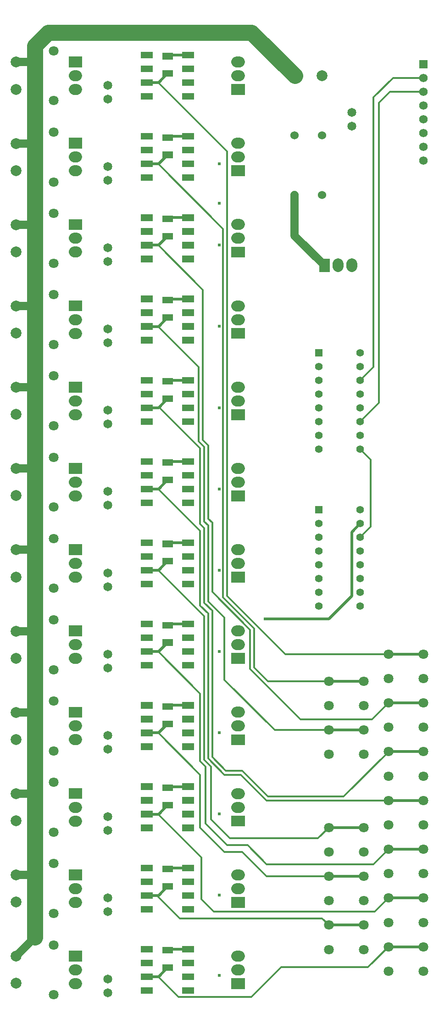
<source format=gbl>
G04 Layer: BottomLayer*
G04 EasyEDA v6.4.7, 2020-11-30T22:32:52--5:00*
G04 76768ecdb7b1411bbbfdaf268766b05e,f351316c249842cba096f2da4b91d990,10*
G04 Gerber Generator version 0.2*
G04 Scale: 100 percent, Rotated: No, Reflected: No *
G04 Dimensions in millimeters *
G04 leading zeros omitted , absolute positions ,3 integer and 3 decimal *
%FSLAX33Y33*%
%MOMM*%
G90*
D02*

%ADD10C,0.299999*%
%ADD11C,0.499999*%
%ADD12C,1.999996*%
%ADD14C,1.499997*%
%ADD15C,0.609600*%
%ADD18C,1.799996*%
%ADD19R,1.574800X1.574800*%
%ADD20C,1.574800*%
%ADD21C,1.524000*%
%ADD25C,1.651000*%
%ADD26R,1.397000X1.397000*%
%ADD27C,1.397000*%
%ADD28C,2.999994*%

%LPD*%
G54D10*
G01X48249Y2499D02*
G01X34749Y2499D01*
G01X31019Y6230D01*
G01X28939Y6230D01*
G01X48249Y2499D02*
G01X53750Y8000D01*
G01X69747Y8000D01*
G01X73499Y11749D01*
G01X73499Y29750D02*
G01X70748Y27000D01*
G01X50999Y27000D01*
G01X47499Y30500D01*
G01X43750Y30500D01*
G01X39750Y34500D01*
G01X39750Y45001D01*
G01X38749Y45999D01*
G01X38749Y58501D01*
G01X31020Y66230D01*
G01X28940Y66230D01*
G54D14*
G01X61709Y137500D02*
G01X56209Y142999D01*
G01X56209Y150500D01*
G54D11*
G01X68310Y89849D02*
G01X66750Y88290D01*
G01X66750Y76499D01*
G01X62501Y72250D01*
G01X50751Y72250D01*
G54D10*
G01X68309Y103610D02*
G01X70249Y101670D01*
G01X70249Y89250D01*
G01X68309Y87310D01*
G01X71749Y132750D02*
G01X71749Y112129D01*
G01X68309Y108690D01*
G01X70749Y131999D02*
G01X70749Y118750D01*
G01X68309Y116310D01*
G01X79999Y172120D02*
G01X74369Y172120D01*
G01X70749Y168500D01*
G01X70749Y131999D01*
G01X79999Y169580D02*
G01X73829Y169580D01*
G01X71749Y167500D01*
G01X71749Y132750D01*
G54D28*
G01X8249Y175500D02*
G01X8249Y177999D01*
G01X10749Y180499D01*
G01X48245Y180499D01*
G01X56245Y172500D01*
G54D10*
G01X73499Y65750D02*
G01X54500Y65750D01*
G01X43750Y76499D01*
G01X43750Y158501D01*
G01X31020Y171228D01*
G01X28940Y171228D01*
G01X73499Y56751D02*
G01X70499Y53748D01*
G01X57250Y53748D01*
G01X48000Y62999D01*
G01X48000Y70251D01*
G01X40999Y77248D01*
G01X40999Y89999D01*
G01X40250Y90749D01*
G01X40250Y104249D01*
G01X39249Y105249D01*
G01X39249Y132999D01*
G01X31020Y141229D01*
G01X28940Y141229D01*
G01X62498Y60751D02*
G01X51248Y60751D01*
G01X48749Y63251D01*
G01X48749Y70500D01*
G01X42998Y76250D01*
G01X42998Y144249D01*
G01X31020Y156230D01*
G01X28940Y156230D01*
G01X62498Y51749D02*
G01X52498Y51749D01*
G01X43250Y61000D01*
G01X43250Y72499D01*
G01X40250Y75498D01*
G01X40250Y89499D01*
G01X39498Y90251D01*
G01X39498Y104000D01*
G01X38500Y105001D01*
G01X38500Y118750D01*
G01X31020Y126230D01*
G01X28940Y126230D01*
G01X73499Y47749D02*
G01X65249Y39499D01*
G01X51248Y39499D01*
G01X46499Y44249D01*
G01X43499Y44249D01*
G01X40999Y46751D01*
G01X40999Y73748D01*
G01X39498Y75249D01*
G01X39498Y88999D01*
G01X38749Y89750D01*
G01X38749Y103748D01*
G01X31269Y111229D01*
G01X28940Y111229D01*
G01X73499Y38750D02*
G01X50999Y38750D01*
G01X46250Y43499D01*
G01X43250Y43499D01*
G01X40250Y46499D01*
G01X40250Y73251D01*
G01X38749Y74749D01*
G01X38749Y88501D01*
G01X31020Y96230D01*
G01X28940Y96230D01*
G01X62498Y33751D02*
G01X60499Y31749D01*
G01X44251Y31749D01*
G01X40751Y35250D01*
G01X40751Y45001D01*
G01X39498Y46250D01*
G01X39498Y72750D01*
G01X31020Y81229D01*
G01X28940Y81229D01*
G01X62498Y24749D02*
G01X50999Y24749D01*
G01X46499Y29250D01*
G01X43250Y29250D01*
G01X38749Y33748D01*
G01X38749Y43499D01*
G01X31020Y51229D01*
G01X28940Y51229D01*
G01X62498Y15750D02*
G01X61249Y16999D01*
G01X34999Y16999D01*
G01X30769Y21230D01*
G01X28939Y21230D01*
G01X73499Y20749D02*
G01X70997Y18249D01*
G01X41248Y18249D01*
G01X39001Y20500D01*
G01X39001Y28249D01*
G01X31020Y36230D01*
G01X28940Y36230D01*
G54D11*
G01X73498Y47750D02*
G01X80001Y47750D01*
G01X62498Y51750D02*
G01X69001Y51750D01*
G01X69001Y60750D02*
G01X62498Y60750D01*
G01X80001Y56750D02*
G01X73498Y56750D01*
G01X73498Y65750D02*
G01X80001Y65750D01*
G01X80001Y38750D02*
G01X73498Y38750D01*
G01X73498Y29750D02*
G01X80001Y29750D01*
G01X62498Y33750D02*
G01X69001Y33750D01*
G01X69001Y24750D02*
G01X62498Y24750D01*
G01X73498Y20750D02*
G01X80001Y20750D01*
G01X62498Y15750D02*
G01X69001Y15750D01*
G01X80001Y11750D02*
G01X73498Y11750D01*
G01X28939Y6230D02*
G01X31080Y6230D01*
G01X32749Y7899D01*
G01X28939Y21230D02*
G01X31080Y21230D01*
G01X32749Y22899D01*
G01X28939Y36230D02*
G01X31080Y36230D01*
G01X32749Y37899D01*
G01X28939Y51229D02*
G01X31080Y51229D01*
G01X32749Y52899D01*
G01X28939Y66230D02*
G01X31080Y66230D01*
G01X32749Y67899D01*
G01X28939Y81230D02*
G01X31080Y81230D01*
G01X32749Y82899D01*
G01X28939Y96230D02*
G01X31080Y96230D01*
G01X32749Y97899D01*
G01X28939Y111230D02*
G01X31080Y111230D01*
G01X32749Y112899D01*
G01X28939Y126229D02*
G01X31080Y126229D01*
G01X32749Y127899D01*
G01X28939Y141229D02*
G01X31080Y141229D01*
G01X32749Y142899D01*
G01X28939Y156230D02*
G01X31080Y156230D01*
G01X32749Y157899D01*
G01X28939Y171230D02*
G01X31080Y171230D01*
G01X32749Y172899D01*
G01X32749Y176100D02*
G01X32960Y176310D01*
G01X36559Y176310D01*
G01X32749Y161100D02*
G01X32960Y161310D01*
G01X36559Y161310D01*
G01X32749Y146100D02*
G01X32959Y146309D01*
G01X36559Y146309D01*
G01X32749Y131099D02*
G01X32960Y131309D01*
G01X36559Y131309D01*
G01X32749Y116099D02*
G01X32960Y116310D01*
G01X36559Y116310D01*
G01X32749Y101100D02*
G01X32960Y101310D01*
G01X36559Y101310D01*
G01X32749Y86100D02*
G01X32960Y86310D01*
G01X36559Y86310D01*
G01X32749Y71100D02*
G01X32960Y71310D01*
G01X36559Y71310D01*
G01X32749Y56099D02*
G01X32960Y56309D01*
G01X36559Y56309D01*
G01X32749Y41099D02*
G01X32960Y41310D01*
G01X36559Y41310D01*
G01X32749Y26099D02*
G01X32960Y26310D01*
G01X36559Y26310D01*
G01X32749Y11100D02*
G01X32960Y11310D01*
G01X36559Y11310D01*
G54D28*
G01X8249Y13500D02*
G01X8249Y175500D01*
G54D14*
G01X4750Y175004D02*
G01X8249Y175004D01*
G01X4750Y160004D02*
G01X8249Y160004D01*
G01X4750Y145004D02*
G01X8249Y145004D01*
G01X4750Y130004D02*
G01X8249Y130004D01*
G01X4750Y115004D02*
G01X8249Y115004D01*
G01X4750Y100004D02*
G01X8249Y100004D01*
G01X4750Y85004D02*
G01X8249Y85004D01*
G01X4750Y70004D02*
G01X8249Y70004D01*
G01X4750Y55004D02*
G01X8249Y55004D01*
G01X4750Y40004D02*
G01X8249Y40004D01*
G01X4750Y25004D02*
G01X8249Y25004D01*
G01X4749Y10005D02*
G01X8249Y13500D01*
G36*
G01X33700Y175500D02*
G01X33700Y176700D01*
G01X31799Y176700D01*
G01X31799Y175500D01*
G01X33700Y175500D01*
G37*
G36*
G01X33700Y172299D02*
G01X33700Y173499D01*
G01X31799Y173499D01*
G01X31799Y172299D01*
G01X33700Y172299D01*
G37*
G36*
G01X33700Y160500D02*
G01X33700Y161700D01*
G01X31799Y161700D01*
G01X31799Y160500D01*
G01X33700Y160500D01*
G37*
G36*
G01X33700Y157299D02*
G01X33700Y158499D01*
G01X31799Y158499D01*
G01X31799Y157299D01*
G01X33700Y157299D01*
G37*
G36*
G01X33700Y70500D02*
G01X33700Y71700D01*
G01X31799Y71700D01*
G01X31799Y70500D01*
G01X33700Y70500D01*
G37*
G36*
G01X33700Y67299D02*
G01X33700Y68499D01*
G01X31799Y68499D01*
G01X31799Y67299D01*
G01X33700Y67299D01*
G37*
G36*
G01X33700Y85500D02*
G01X33700Y86700D01*
G01X31799Y86700D01*
G01X31799Y85500D01*
G01X33700Y85500D01*
G37*
G36*
G01X33700Y82299D02*
G01X33700Y83499D01*
G01X31799Y83499D01*
G01X31799Y82299D01*
G01X33700Y82299D01*
G37*
G36*
G01X33700Y55500D02*
G01X33700Y56700D01*
G01X31799Y56700D01*
G01X31799Y55500D01*
G01X33700Y55500D01*
G37*
G36*
G01X33700Y52299D02*
G01X33700Y53499D01*
G01X31799Y53499D01*
G01X31799Y52299D01*
G01X33700Y52299D01*
G37*
G36*
G01X33700Y40500D02*
G01X33700Y41700D01*
G01X31799Y41700D01*
G01X31799Y40500D01*
G01X33700Y40500D01*
G37*
G36*
G01X33700Y37299D02*
G01X33700Y38499D01*
G01X31799Y38499D01*
G01X31799Y37299D01*
G01X33700Y37299D01*
G37*
G36*
G01X33700Y130500D02*
G01X33700Y131700D01*
G01X31799Y131700D01*
G01X31799Y130500D01*
G01X33700Y130500D01*
G37*
G36*
G01X33700Y127299D02*
G01X33700Y128499D01*
G01X31799Y128499D01*
G01X31799Y127299D01*
G01X33700Y127299D01*
G37*
G36*
G01X33700Y145500D02*
G01X33700Y146700D01*
G01X31799Y146700D01*
G01X31799Y145500D01*
G01X33700Y145500D01*
G37*
G36*
G01X33700Y142299D02*
G01X33700Y143499D01*
G01X31799Y143499D01*
G01X31799Y142299D01*
G01X33700Y142299D01*
G37*
G36*
G01X33700Y25500D02*
G01X33700Y26700D01*
G01X31799Y26700D01*
G01X31799Y25500D01*
G01X33700Y25500D01*
G37*
G36*
G01X33700Y22299D02*
G01X33700Y23499D01*
G01X31799Y23499D01*
G01X31799Y22299D01*
G01X33700Y22299D01*
G37*
G36*
G01X33700Y10500D02*
G01X33700Y11700D01*
G01X31799Y11700D01*
G01X31799Y10500D01*
G01X33700Y10500D01*
G37*
G36*
G01X33700Y7299D02*
G01X33700Y8499D01*
G01X31799Y8499D01*
G01X31799Y7299D01*
G01X33700Y7299D01*
G37*
G36*
G01X33700Y100500D02*
G01X33700Y101700D01*
G01X31799Y101700D01*
G01X31799Y100500D01*
G01X33700Y100500D01*
G37*
G36*
G01X33700Y97299D02*
G01X33700Y98499D01*
G01X31799Y98499D01*
G01X31799Y97299D01*
G01X33700Y97299D01*
G37*
G36*
G01X33700Y115500D02*
G01X33700Y116700D01*
G01X31799Y116700D01*
G01X31799Y115500D01*
G01X33700Y115500D01*
G37*
G36*
G01X33700Y112299D02*
G01X33700Y113499D01*
G01X31799Y113499D01*
G01X31799Y112299D01*
G01X33700Y112299D01*
G37*
G54D18*
G01X80001Y61249D03*
G01X80001Y65750D03*
G01X73498Y61249D03*
G01X73498Y65750D03*
G01X69001Y56249D03*
G01X69001Y60750D03*
G01X62498Y56249D03*
G01X62498Y60750D03*
G01X80001Y25249D03*
G01X80001Y29750D03*
G01X73498Y25249D03*
G01X73498Y29750D03*
G01X69001Y29249D03*
G01X69001Y33750D03*
G01X62498Y29249D03*
G01X62498Y33750D03*
G01X69001Y20249D03*
G01X69001Y24750D03*
G01X62498Y20249D03*
G01X62498Y24750D03*
G01X80001Y16249D03*
G01X80001Y20750D03*
G01X73498Y16249D03*
G01X73498Y20750D03*
G01X69001Y47249D03*
G01X69001Y51750D03*
G01X62498Y47249D03*
G01X62498Y51750D03*
G01X80001Y52249D03*
G01X80001Y56750D03*
G01X73498Y52249D03*
G01X73498Y56750D03*
G01X69001Y11249D03*
G01X69001Y15750D03*
G01X62498Y11249D03*
G01X62498Y15750D03*
G01X80001Y7249D03*
G01X80001Y11750D03*
G01X73498Y7249D03*
G01X73498Y11750D03*
G01X80001Y34249D03*
G01X80001Y38750D03*
G01X73498Y34249D03*
G01X73498Y38750D03*
G01X80001Y43249D03*
G01X80001Y47750D03*
G01X73498Y43249D03*
G01X73498Y47750D03*
G54D19*
G01X79999Y174660D03*
G54D20*
G01X79999Y172120D03*
G01X79999Y169580D03*
G01X79999Y167040D03*
G01X79999Y164500D03*
G01X79999Y161960D03*
G01X79999Y159420D03*
G01X79999Y156880D03*
G54D21*
G01X56210Y161500D03*
G01X61290Y161500D03*
G01X56210Y150500D03*
G01X61290Y150500D03*
G54D12*
G01X56245Y172499D03*
G01X61254Y172499D03*
G36*
G01X44500Y153959D02*
G01X44500Y155960D01*
G01X46999Y155960D01*
G01X46999Y153959D01*
G01X44500Y153959D01*
G37*
G36*
G01X44500Y63959D02*
G01X44500Y65960D01*
G01X46999Y65960D01*
G01X46999Y63959D01*
G01X44500Y63959D01*
G37*
G36*
G01X44500Y78959D02*
G01X44500Y80960D01*
G01X46999Y80960D01*
G01X46999Y78959D01*
G01X44500Y78959D01*
G37*
G36*
G01X44500Y48959D02*
G01X44500Y50960D01*
G01X46999Y50960D01*
G01X46999Y48959D01*
G01X44500Y48959D01*
G37*
G36*
G01X44500Y33959D02*
G01X44500Y35960D01*
G01X46999Y35960D01*
G01X46999Y33959D01*
G01X44500Y33959D01*
G37*
G36*
G01X44500Y123959D02*
G01X44500Y125960D01*
G01X46999Y125960D01*
G01X46999Y123959D01*
G01X44500Y123959D01*
G37*
G36*
G01X44500Y138959D02*
G01X44500Y140960D01*
G01X46999Y140960D01*
G01X46999Y138959D01*
G01X44500Y138959D01*
G37*
G36*
G01X44500Y18959D02*
G01X44500Y20960D01*
G01X46999Y20960D01*
G01X46999Y18959D01*
G01X44500Y18959D01*
G37*
G36*
G01X44500Y3959D02*
G01X44500Y5960D01*
G01X46999Y5960D01*
G01X46999Y3959D01*
G01X44500Y3959D01*
G37*
G36*
G01X44500Y93959D02*
G01X44500Y95960D01*
G01X46999Y95960D01*
G01X46999Y93959D01*
G01X44500Y93959D01*
G37*
G36*
G01X44500Y108959D02*
G01X44500Y110960D01*
G01X46999Y110960D01*
G01X46999Y108959D01*
G01X44500Y108959D01*
G37*
G36*
G01X60709Y138749D02*
G01X62710Y138749D01*
G01X62710Y136250D01*
G01X60709Y136250D01*
G01X60709Y138749D01*
G37*
G36*
G01X16999Y161040D02*
G01X16999Y159039D01*
G01X14500Y159039D01*
G01X14500Y161040D01*
G01X16999Y161040D01*
G37*
G36*
G01X16999Y71040D02*
G01X16999Y69039D01*
G01X14500Y69039D01*
G01X14500Y71040D01*
G01X16999Y71040D01*
G37*
G36*
G01X16999Y86040D02*
G01X16999Y84039D01*
G01X14500Y84039D01*
G01X14500Y86040D01*
G01X16999Y86040D01*
G37*
G36*
G01X16999Y56040D02*
G01X16999Y54039D01*
G01X14500Y54039D01*
G01X14500Y56040D01*
G01X16999Y56040D01*
G37*
G36*
G01X16999Y41040D02*
G01X16999Y39039D01*
G01X14500Y39039D01*
G01X14500Y41040D01*
G01X16999Y41040D01*
G37*
G36*
G01X16999Y131040D02*
G01X16999Y129039D01*
G01X14500Y129039D01*
G01X14500Y131040D01*
G01X16999Y131040D01*
G37*
G36*
G01X16999Y146040D02*
G01X16999Y144039D01*
G01X14500Y144039D01*
G01X14500Y146040D01*
G01X16999Y146040D01*
G37*
G36*
G01X16999Y26040D02*
G01X16999Y24039D01*
G01X14500Y24039D01*
G01X14500Y26040D01*
G01X16999Y26040D01*
G37*
G36*
G01X16999Y11040D02*
G01X16999Y9039D01*
G01X14500Y9039D01*
G01X14500Y11040D01*
G01X16999Y11040D01*
G37*
G36*
G01X16999Y101040D02*
G01X16999Y99039D01*
G01X14500Y99039D01*
G01X14500Y101040D01*
G01X16999Y101040D01*
G37*
G36*
G01X16999Y116040D02*
G01X16999Y114039D01*
G01X14500Y114039D01*
G01X14500Y116040D01*
G01X16999Y116040D01*
G37*
G36*
G01X27849Y161915D02*
G01X30030Y161915D01*
G01X30030Y160704D01*
G01X27849Y160704D01*
G01X27849Y161915D01*
G37*
G36*
G01X27849Y159375D02*
G01X30030Y159375D01*
G01X30030Y158164D01*
G01X27849Y158164D01*
G01X27849Y159375D01*
G37*
G36*
G01X35469Y159375D02*
G01X37650Y159375D01*
G01X37650Y158164D01*
G01X35469Y158164D01*
G01X35469Y159375D01*
G37*
G36*
G01X35469Y161915D02*
G01X37650Y161915D01*
G01X37650Y160704D01*
G01X35469Y160704D01*
G01X35469Y161915D01*
G37*
G36*
G01X27849Y156835D02*
G01X30030Y156835D01*
G01X30030Y155624D01*
G01X27849Y155624D01*
G01X27849Y156835D01*
G37*
G36*
G01X27849Y154295D02*
G01X30030Y154295D01*
G01X30030Y153084D01*
G01X27849Y153084D01*
G01X27849Y154295D01*
G37*
G36*
G01X35469Y156835D02*
G01X37650Y156835D01*
G01X37650Y155624D01*
G01X35469Y155624D01*
G01X35469Y156835D01*
G37*
G36*
G01X35469Y154295D02*
G01X37650Y154295D01*
G01X37650Y153084D01*
G01X35469Y153084D01*
G01X35469Y154295D01*
G37*
G36*
G01X27849Y71915D02*
G01X30030Y71915D01*
G01X30030Y70704D01*
G01X27849Y70704D01*
G01X27849Y71915D01*
G37*
G36*
G01X27849Y69375D02*
G01X30030Y69375D01*
G01X30030Y68164D01*
G01X27849Y68164D01*
G01X27849Y69375D01*
G37*
G36*
G01X35469Y69375D02*
G01X37650Y69375D01*
G01X37650Y68164D01*
G01X35469Y68164D01*
G01X35469Y69375D01*
G37*
G36*
G01X35469Y71915D02*
G01X37650Y71915D01*
G01X37650Y70704D01*
G01X35469Y70704D01*
G01X35469Y71915D01*
G37*
G36*
G01X27849Y66835D02*
G01X30030Y66835D01*
G01X30030Y65624D01*
G01X27849Y65624D01*
G01X27849Y66835D01*
G37*
G36*
G01X27849Y64295D02*
G01X30030Y64295D01*
G01X30030Y63084D01*
G01X27849Y63084D01*
G01X27849Y64295D01*
G37*
G36*
G01X35469Y66835D02*
G01X37650Y66835D01*
G01X37650Y65624D01*
G01X35469Y65624D01*
G01X35469Y66835D01*
G37*
G36*
G01X35469Y64295D02*
G01X37650Y64295D01*
G01X37650Y63084D01*
G01X35469Y63084D01*
G01X35469Y64295D01*
G37*
G36*
G01X27849Y86915D02*
G01X30030Y86915D01*
G01X30030Y85704D01*
G01X27849Y85704D01*
G01X27849Y86915D01*
G37*
G36*
G01X27849Y84375D02*
G01X30030Y84375D01*
G01X30030Y83164D01*
G01X27849Y83164D01*
G01X27849Y84375D01*
G37*
G36*
G01X35469Y84375D02*
G01X37650Y84375D01*
G01X37650Y83164D01*
G01X35469Y83164D01*
G01X35469Y84375D01*
G37*
G36*
G01X35469Y86915D02*
G01X37650Y86915D01*
G01X37650Y85704D01*
G01X35469Y85704D01*
G01X35469Y86915D01*
G37*
G36*
G01X27849Y81835D02*
G01X30030Y81835D01*
G01X30030Y80624D01*
G01X27849Y80624D01*
G01X27849Y81835D01*
G37*
G36*
G01X27849Y79295D02*
G01X30030Y79295D01*
G01X30030Y78084D01*
G01X27849Y78084D01*
G01X27849Y79295D01*
G37*
G36*
G01X35469Y81835D02*
G01X37650Y81835D01*
G01X37650Y80624D01*
G01X35469Y80624D01*
G01X35469Y81835D01*
G37*
G36*
G01X35469Y79295D02*
G01X37650Y79295D01*
G01X37650Y78084D01*
G01X35469Y78084D01*
G01X35469Y79295D01*
G37*
G36*
G01X27849Y56915D02*
G01X30030Y56915D01*
G01X30030Y55704D01*
G01X27849Y55704D01*
G01X27849Y56915D01*
G37*
G36*
G01X27849Y54375D02*
G01X30030Y54375D01*
G01X30030Y53164D01*
G01X27849Y53164D01*
G01X27849Y54375D01*
G37*
G36*
G01X35469Y54375D02*
G01X37650Y54375D01*
G01X37650Y53164D01*
G01X35469Y53164D01*
G01X35469Y54375D01*
G37*
G36*
G01X35469Y56915D02*
G01X37650Y56915D01*
G01X37650Y55704D01*
G01X35469Y55704D01*
G01X35469Y56915D01*
G37*
G36*
G01X27849Y51835D02*
G01X30030Y51835D01*
G01X30030Y50624D01*
G01X27849Y50624D01*
G01X27849Y51835D01*
G37*
G36*
G01X27849Y49295D02*
G01X30030Y49295D01*
G01X30030Y48084D01*
G01X27849Y48084D01*
G01X27849Y49295D01*
G37*
G36*
G01X35469Y51835D02*
G01X37650Y51835D01*
G01X37650Y50624D01*
G01X35469Y50624D01*
G01X35469Y51835D01*
G37*
G36*
G01X35469Y49295D02*
G01X37650Y49295D01*
G01X37650Y48084D01*
G01X35469Y48084D01*
G01X35469Y49295D01*
G37*
G36*
G01X27849Y41915D02*
G01X30030Y41915D01*
G01X30030Y40704D01*
G01X27849Y40704D01*
G01X27849Y41915D01*
G37*
G36*
G01X27849Y39375D02*
G01X30030Y39375D01*
G01X30030Y38164D01*
G01X27849Y38164D01*
G01X27849Y39375D01*
G37*
G36*
G01X35469Y39375D02*
G01X37650Y39375D01*
G01X37650Y38164D01*
G01X35469Y38164D01*
G01X35469Y39375D01*
G37*
G36*
G01X35469Y41915D02*
G01X37650Y41915D01*
G01X37650Y40704D01*
G01X35469Y40704D01*
G01X35469Y41915D01*
G37*
G36*
G01X27849Y36835D02*
G01X30030Y36835D01*
G01X30030Y35624D01*
G01X27849Y35624D01*
G01X27849Y36835D01*
G37*
G36*
G01X27849Y34295D02*
G01X30030Y34295D01*
G01X30030Y33084D01*
G01X27849Y33084D01*
G01X27849Y34295D01*
G37*
G36*
G01X35469Y36835D02*
G01X37650Y36835D01*
G01X37650Y35624D01*
G01X35469Y35624D01*
G01X35469Y36835D01*
G37*
G36*
G01X35469Y34295D02*
G01X37650Y34295D01*
G01X37650Y33084D01*
G01X35469Y33084D01*
G01X35469Y34295D01*
G37*
G36*
G01X27849Y131915D02*
G01X30030Y131915D01*
G01X30030Y130704D01*
G01X27849Y130704D01*
G01X27849Y131915D01*
G37*
G36*
G01X27849Y129375D02*
G01X30030Y129375D01*
G01X30030Y128164D01*
G01X27849Y128164D01*
G01X27849Y129375D01*
G37*
G36*
G01X35469Y129375D02*
G01X37650Y129375D01*
G01X37650Y128164D01*
G01X35469Y128164D01*
G01X35469Y129375D01*
G37*
G36*
G01X35469Y131915D02*
G01X37650Y131915D01*
G01X37650Y130704D01*
G01X35469Y130704D01*
G01X35469Y131915D01*
G37*
G36*
G01X27849Y126835D02*
G01X30030Y126835D01*
G01X30030Y125624D01*
G01X27849Y125624D01*
G01X27849Y126835D01*
G37*
G36*
G01X27849Y124295D02*
G01X30030Y124295D01*
G01X30030Y123084D01*
G01X27849Y123084D01*
G01X27849Y124295D01*
G37*
G36*
G01X35469Y126835D02*
G01X37650Y126835D01*
G01X37650Y125624D01*
G01X35469Y125624D01*
G01X35469Y126835D01*
G37*
G36*
G01X35469Y124295D02*
G01X37650Y124295D01*
G01X37650Y123084D01*
G01X35469Y123084D01*
G01X35469Y124295D01*
G37*
G36*
G01X27849Y146915D02*
G01X30030Y146915D01*
G01X30030Y145704D01*
G01X27849Y145704D01*
G01X27849Y146915D01*
G37*
G36*
G01X27849Y144375D02*
G01X30030Y144375D01*
G01X30030Y143164D01*
G01X27849Y143164D01*
G01X27849Y144375D01*
G37*
G36*
G01X35469Y144375D02*
G01X37650Y144375D01*
G01X37650Y143164D01*
G01X35469Y143164D01*
G01X35469Y144375D01*
G37*
G36*
G01X35469Y146915D02*
G01X37650Y146915D01*
G01X37650Y145704D01*
G01X35469Y145704D01*
G01X35469Y146915D01*
G37*
G36*
G01X27849Y141835D02*
G01X30030Y141835D01*
G01X30030Y140624D01*
G01X27849Y140624D01*
G01X27849Y141835D01*
G37*
G36*
G01X27849Y139295D02*
G01X30030Y139295D01*
G01X30030Y138084D01*
G01X27849Y138084D01*
G01X27849Y139295D01*
G37*
G36*
G01X35469Y141835D02*
G01X37650Y141835D01*
G01X37650Y140624D01*
G01X35469Y140624D01*
G01X35469Y141835D01*
G37*
G36*
G01X35469Y139295D02*
G01X37650Y139295D01*
G01X37650Y138084D01*
G01X35469Y138084D01*
G01X35469Y139295D01*
G37*
G36*
G01X27849Y26915D02*
G01X30030Y26915D01*
G01X30030Y25704D01*
G01X27849Y25704D01*
G01X27849Y26915D01*
G37*
G36*
G01X27849Y24375D02*
G01X30030Y24375D01*
G01X30030Y23164D01*
G01X27849Y23164D01*
G01X27849Y24375D01*
G37*
G36*
G01X35469Y24375D02*
G01X37650Y24375D01*
G01X37650Y23164D01*
G01X35469Y23164D01*
G01X35469Y24375D01*
G37*
G36*
G01X35469Y26915D02*
G01X37650Y26915D01*
G01X37650Y25704D01*
G01X35469Y25704D01*
G01X35469Y26915D01*
G37*
G36*
G01X27849Y21835D02*
G01X30030Y21835D01*
G01X30030Y20624D01*
G01X27849Y20624D01*
G01X27849Y21835D01*
G37*
G36*
G01X27849Y19295D02*
G01X30030Y19295D01*
G01X30030Y18084D01*
G01X27849Y18084D01*
G01X27849Y19295D01*
G37*
G36*
G01X35469Y21835D02*
G01X37650Y21835D01*
G01X37650Y20624D01*
G01X35469Y20624D01*
G01X35469Y21835D01*
G37*
G36*
G01X35469Y19295D02*
G01X37650Y19295D01*
G01X37650Y18084D01*
G01X35469Y18084D01*
G01X35469Y19295D01*
G37*
G36*
G01X27849Y11915D02*
G01X30030Y11915D01*
G01X30030Y10704D01*
G01X27849Y10704D01*
G01X27849Y11915D01*
G37*
G36*
G01X27849Y9375D02*
G01X30030Y9375D01*
G01X30030Y8164D01*
G01X27849Y8164D01*
G01X27849Y9375D01*
G37*
G36*
G01X35469Y9375D02*
G01X37650Y9375D01*
G01X37650Y8164D01*
G01X35469Y8164D01*
G01X35469Y9375D01*
G37*
G36*
G01X35469Y11915D02*
G01X37650Y11915D01*
G01X37650Y10704D01*
G01X35469Y10704D01*
G01X35469Y11915D01*
G37*
G36*
G01X27849Y6835D02*
G01X30030Y6835D01*
G01X30030Y5624D01*
G01X27849Y5624D01*
G01X27849Y6835D01*
G37*
G36*
G01X27849Y4295D02*
G01X30030Y4295D01*
G01X30030Y3084D01*
G01X27849Y3084D01*
G01X27849Y4295D01*
G37*
G36*
G01X35469Y6835D02*
G01X37650Y6835D01*
G01X37650Y5624D01*
G01X35469Y5624D01*
G01X35469Y6835D01*
G37*
G36*
G01X35469Y4295D02*
G01X37650Y4295D01*
G01X37650Y3084D01*
G01X35469Y3084D01*
G01X35469Y4295D01*
G37*
G36*
G01X27849Y101915D02*
G01X30030Y101915D01*
G01X30030Y100704D01*
G01X27849Y100704D01*
G01X27849Y101915D01*
G37*
G36*
G01X27849Y99375D02*
G01X30030Y99375D01*
G01X30030Y98164D01*
G01X27849Y98164D01*
G01X27849Y99375D01*
G37*
G36*
G01X35469Y99375D02*
G01X37650Y99375D01*
G01X37650Y98164D01*
G01X35469Y98164D01*
G01X35469Y99375D01*
G37*
G36*
G01X35469Y101915D02*
G01X37650Y101915D01*
G01X37650Y100704D01*
G01X35469Y100704D01*
G01X35469Y101915D01*
G37*
G36*
G01X27849Y96835D02*
G01X30030Y96835D01*
G01X30030Y95624D01*
G01X27849Y95624D01*
G01X27849Y96835D01*
G37*
G36*
G01X27849Y94295D02*
G01X30030Y94295D01*
G01X30030Y93084D01*
G01X27849Y93084D01*
G01X27849Y94295D01*
G37*
G36*
G01X35469Y96835D02*
G01X37650Y96835D01*
G01X37650Y95624D01*
G01X35469Y95624D01*
G01X35469Y96835D01*
G37*
G36*
G01X35469Y94295D02*
G01X37650Y94295D01*
G01X37650Y93084D01*
G01X35469Y93084D01*
G01X35469Y94295D01*
G37*
G36*
G01X27849Y116915D02*
G01X30030Y116915D01*
G01X30030Y115704D01*
G01X27849Y115704D01*
G01X27849Y116915D01*
G37*
G36*
G01X27849Y114375D02*
G01X30030Y114375D01*
G01X30030Y113164D01*
G01X27849Y113164D01*
G01X27849Y114375D01*
G37*
G36*
G01X35469Y114375D02*
G01X37650Y114375D01*
G01X37650Y113164D01*
G01X35469Y113164D01*
G01X35469Y114375D01*
G37*
G36*
G01X35469Y116915D02*
G01X37650Y116915D01*
G01X37650Y115704D01*
G01X35469Y115704D01*
G01X35469Y116915D01*
G37*
G36*
G01X27849Y111835D02*
G01X30030Y111835D01*
G01X30030Y110624D01*
G01X27849Y110624D01*
G01X27849Y111835D01*
G37*
G36*
G01X27849Y109295D02*
G01X30030Y109295D01*
G01X30030Y108084D01*
G01X27849Y108084D01*
G01X27849Y109295D01*
G37*
G36*
G01X35469Y111835D02*
G01X37650Y111835D01*
G01X37650Y110624D01*
G01X35469Y110624D01*
G01X35469Y111835D01*
G37*
G36*
G01X35469Y109295D02*
G01X37650Y109295D01*
G01X37650Y108084D01*
G01X35469Y108084D01*
G01X35469Y109295D01*
G37*
G36*
G01X27849Y176915D02*
G01X30030Y176915D01*
G01X30030Y175704D01*
G01X27849Y175704D01*
G01X27849Y176915D01*
G37*
G36*
G01X27849Y174375D02*
G01X30030Y174375D01*
G01X30030Y173164D01*
G01X27849Y173164D01*
G01X27849Y174375D01*
G37*
G36*
G01X35469Y174375D02*
G01X37650Y174375D01*
G01X37650Y173164D01*
G01X35469Y173164D01*
G01X35469Y174375D01*
G37*
G36*
G01X35469Y176915D02*
G01X37650Y176915D01*
G01X37650Y175704D01*
G01X35469Y175704D01*
G01X35469Y176915D01*
G37*
G36*
G01X27849Y171835D02*
G01X30030Y171835D01*
G01X30030Y170624D01*
G01X27849Y170624D01*
G01X27849Y171835D01*
G37*
G36*
G01X27849Y169295D02*
G01X30030Y169295D01*
G01X30030Y168084D01*
G01X27849Y168084D01*
G01X27849Y169295D01*
G37*
G36*
G01X35469Y171835D02*
G01X37650Y171835D01*
G01X37650Y170624D01*
G01X35469Y170624D01*
G01X35469Y171835D01*
G37*
G36*
G01X35469Y169295D02*
G01X37650Y169295D01*
G01X37650Y168084D01*
G01X35469Y168084D01*
G01X35469Y169295D01*
G37*
G36*
G01X44500Y168959D02*
G01X44500Y170960D01*
G01X46999Y170960D01*
G01X46999Y168959D01*
G01X44500Y168959D01*
G37*
G36*
G01X16999Y176040D02*
G01X16999Y174039D01*
G01X14500Y174039D01*
G01X14500Y176040D01*
G01X16999Y176040D01*
G37*
G01X4750Y169995D03*
G01X4750Y175004D03*
G01X4750Y154995D03*
G01X4750Y160004D03*
G01X4750Y64995D03*
G01X4750Y70004D03*
G01X4750Y79995D03*
G01X4750Y85004D03*
G01X4750Y49995D03*
G01X4750Y55004D03*
G01X4750Y34995D03*
G01X4750Y40004D03*
G01X4750Y124995D03*
G01X4750Y130004D03*
G01X4750Y139995D03*
G01X4750Y145004D03*
G01X4750Y19995D03*
G01X4750Y25004D03*
G01X4750Y4995D03*
G01X4750Y10004D03*
G01X4750Y94995D03*
G01X4750Y100004D03*
G01X4750Y109995D03*
G01X4750Y115004D03*
G54D25*
G01X66750Y163230D03*
G01X66750Y165770D03*
G01X21750Y168229D03*
G01X21750Y170769D03*
G01X21750Y153230D03*
G01X21750Y155770D03*
G01X21750Y123230D03*
G01X21750Y125770D03*
G01X21750Y138230D03*
G01X21750Y140770D03*
G01X21750Y78229D03*
G01X21750Y80769D03*
G01X21750Y63229D03*
G01X21750Y65769D03*
G01X21750Y93229D03*
G01X21750Y95769D03*
G01X21750Y108230D03*
G01X21750Y110770D03*
G01X21750Y48229D03*
G01X21750Y50769D03*
G01X21750Y33230D03*
G01X21750Y35770D03*
G01X21750Y18230D03*
G01X21750Y20770D03*
G01X21750Y3230D03*
G01X21750Y5770D03*
G54D18*
G01X11750Y177099D03*
G01X11750Y167900D03*
G01X11750Y162099D03*
G01X11750Y152900D03*
G01X11750Y72099D03*
G01X11750Y62900D03*
G01X11750Y87099D03*
G01X11750Y77899D03*
G01X11750Y57099D03*
G01X11750Y47900D03*
G01X11750Y42099D03*
G01X11750Y32900D03*
G01X11750Y132100D03*
G01X11750Y122900D03*
G01X11750Y147099D03*
G01X11750Y137900D03*
G01X11750Y27099D03*
G01X11750Y17900D03*
G01X11750Y12100D03*
G01X11750Y2900D03*
G01X11750Y102099D03*
G01X11750Y92899D03*
G01X11750Y117100D03*
G01X11750Y107900D03*
G54D26*
G01X60690Y121390D03*
G54D27*
G01X60690Y118850D03*
G01X60690Y116310D03*
G01X60690Y113770D03*
G01X60690Y111230D03*
G01X60690Y108690D03*
G01X60690Y106150D03*
G01X60690Y103610D03*
G01X68310Y103610D03*
G01X68310Y106150D03*
G01X68310Y108690D03*
G01X68310Y111230D03*
G01X68310Y113770D03*
G01X68310Y116310D03*
G01X68310Y118850D03*
G01X68310Y121390D03*
G54D26*
G01X60690Y92389D03*
G54D27*
G01X60690Y89849D03*
G01X60690Y87309D03*
G01X60690Y84769D03*
G01X60690Y82229D03*
G01X60690Y79689D03*
G01X60690Y77149D03*
G01X60690Y74609D03*
G01X68310Y74609D03*
G01X68310Y77149D03*
G01X68310Y79689D03*
G01X68310Y82229D03*
G01X68310Y84769D03*
G01X68310Y87309D03*
G01X68310Y89849D03*
G01X68310Y92389D03*
G54D15*
G01X50750Y72249D03*
G01X42249Y156250D03*
G01X42249Y141249D03*
G01X42249Y126250D03*
G01X42249Y111249D03*
G01X42249Y96250D03*
G01X42249Y81249D03*
G01X42249Y66250D03*
G01X42249Y51249D03*
G01X42249Y36250D03*
G01X42249Y21249D03*
G01X42249Y6500D03*
G01X42249Y148999D03*
G54D12*
G01X45500Y157500D02*
G01X46000Y157500D01*
G01X45500Y160040D02*
G01X46000Y160040D01*
G01X45500Y67499D02*
G01X46000Y67499D01*
G01X45500Y70039D02*
G01X46000Y70039D01*
G01X45500Y82499D02*
G01X46000Y82499D01*
G01X45500Y85039D02*
G01X46000Y85039D01*
G01X45500Y52499D02*
G01X46000Y52499D01*
G01X45500Y55039D02*
G01X46000Y55039D01*
G01X45500Y37500D02*
G01X46000Y37500D01*
G01X45500Y40040D02*
G01X46000Y40040D01*
G01X45500Y127500D02*
G01X46000Y127500D01*
G01X45500Y130040D02*
G01X46000Y130040D01*
G01X45500Y142500D02*
G01X46000Y142500D01*
G01X45500Y145040D02*
G01X46000Y145040D01*
G01X45500Y22500D02*
G01X46000Y22500D01*
G01X45500Y25040D02*
G01X46000Y25040D01*
G01X45500Y7500D02*
G01X46000Y7500D01*
G01X45500Y10040D02*
G01X46000Y10040D01*
G01X45500Y97499D02*
G01X46000Y97499D01*
G01X45500Y100039D02*
G01X46000Y100039D01*
G01X45500Y112500D02*
G01X46000Y112500D01*
G01X45500Y115040D02*
G01X46000Y115040D01*
G01X64249Y137750D02*
G01X64249Y137250D01*
G01X66789Y137750D02*
G01X66789Y137250D01*
G01X16000Y154960D02*
G01X15500Y154960D01*
G01X16000Y157500D02*
G01X15500Y157500D01*
G01X16000Y64959D02*
G01X15500Y64959D01*
G01X16000Y67499D02*
G01X15500Y67499D01*
G01X16000Y79959D02*
G01X15500Y79959D01*
G01X16000Y82499D02*
G01X15500Y82499D01*
G01X16000Y49959D02*
G01X15500Y49959D01*
G01X16000Y52499D02*
G01X15500Y52499D01*
G01X16000Y34960D02*
G01X15500Y34960D01*
G01X16000Y37500D02*
G01X15500Y37500D01*
G01X16000Y124960D02*
G01X15500Y124960D01*
G01X16000Y127500D02*
G01X15500Y127500D01*
G01X16000Y139960D02*
G01X15500Y139960D01*
G01X16000Y142500D02*
G01X15500Y142500D01*
G01X16000Y19960D02*
G01X15500Y19960D01*
G01X16000Y22500D02*
G01X15500Y22500D01*
G01X16000Y4960D02*
G01X15500Y4960D01*
G01X16000Y7500D02*
G01X15500Y7500D01*
G01X16000Y94959D02*
G01X15500Y94959D01*
G01X16000Y97499D02*
G01X15500Y97499D01*
G01X16000Y109960D02*
G01X15500Y109960D01*
G01X16000Y112500D02*
G01X15500Y112500D01*
G01X45500Y172499D02*
G01X46000Y172499D01*
G01X45500Y175039D02*
G01X46000Y175039D01*
G01X16000Y169959D02*
G01X15500Y169959D01*
G01X16000Y172499D02*
G01X15500Y172499D01*
M00*
M02*

</source>
